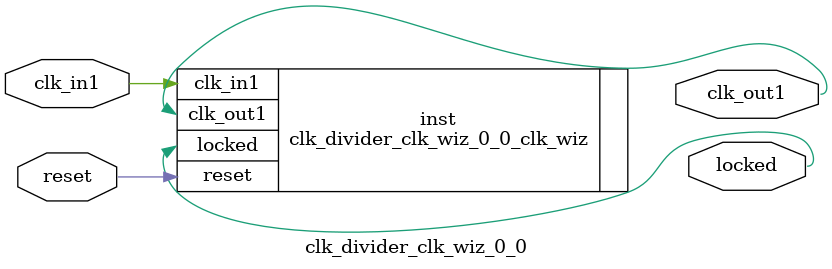
<source format=v>


`timescale 1ps/1ps

(* CORE_GENERATION_INFO = "clk_divider_clk_wiz_0_0,clk_wiz_v6_0_6_0_0,{component_name=clk_divider_clk_wiz_0_0,use_phase_alignment=true,use_min_o_jitter=false,use_max_i_jitter=false,use_dyn_phase_shift=false,use_inclk_switchover=false,use_dyn_reconfig=false,enable_axi=0,feedback_source=FDBK_AUTO,PRIMITIVE=MMCM,num_out_clk=1,clkin1_period=10.000,clkin2_period=10.000,use_power_down=false,use_reset=true,use_locked=true,use_inclk_stopped=false,feedback_type=SINGLE,CLOCK_MGR_TYPE=NA,manual_override=false}" *)

module clk_divider_clk_wiz_0_0 
 (
  // Clock out ports
  output        clk_out1,
  // Status and control signals
  input         reset,
  output        locked,
 // Clock in ports
  input         clk_in1
 );

  clk_divider_clk_wiz_0_0_clk_wiz inst
  (
  // Clock out ports  
  .clk_out1(clk_out1),
  // Status and control signals               
  .reset(reset), 
  .locked(locked),
 // Clock in ports
  .clk_in1(clk_in1)
  );

endmodule

</source>
